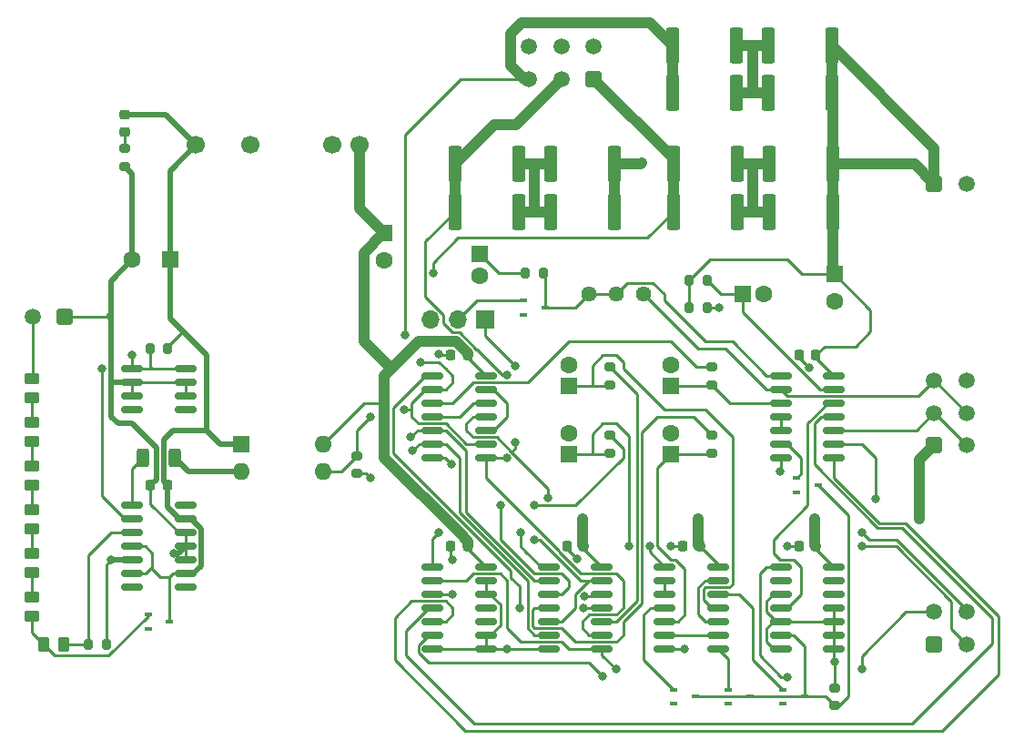
<source format=gtl>
%TF.GenerationSoftware,KiCad,Pcbnew,(6.0.5)*%
%TF.CreationDate,2022-06-14T16:57:57+01:00*%
%TF.ProjectId,hv_sense,68765f73-656e-4736-952e-6b696361645f,rev?*%
%TF.SameCoordinates,Original*%
%TF.FileFunction,Copper,L1,Top*%
%TF.FilePolarity,Positive*%
%FSLAX46Y46*%
G04 Gerber Fmt 4.6, Leading zero omitted, Abs format (unit mm)*
G04 Created by KiCad (PCBNEW (6.0.5)) date 2022-06-14 16:57:57*
%MOMM*%
%LPD*%
G01*
G04 APERTURE LIST*
G04 Aperture macros list*
%AMRoundRect*
0 Rectangle with rounded corners*
0 $1 Rounding radius*
0 $2 $3 $4 $5 $6 $7 $8 $9 X,Y pos of 4 corners*
0 Add a 4 corners polygon primitive as box body*
4,1,4,$2,$3,$4,$5,$6,$7,$8,$9,$2,$3,0*
0 Add four circle primitives for the rounded corners*
1,1,$1+$1,$2,$3*
1,1,$1+$1,$4,$5*
1,1,$1+$1,$6,$7*
1,1,$1+$1,$8,$9*
0 Add four rect primitives between the rounded corners*
20,1,$1+$1,$2,$3,$4,$5,0*
20,1,$1+$1,$4,$5,$6,$7,0*
20,1,$1+$1,$6,$7,$8,$9,0*
20,1,$1+$1,$8,$9,$2,$3,0*%
G04 Aperture macros list end*
%TA.AperFunction,ComponentPad*%
%ADD10C,1.700000*%
%TD*%
%TA.AperFunction,SMDPad,CuDef*%
%ADD11RoundRect,0.250000X0.362500X1.425000X-0.362500X1.425000X-0.362500X-1.425000X0.362500X-1.425000X0*%
%TD*%
%TA.AperFunction,SMDPad,CuDef*%
%ADD12RoundRect,0.225000X0.225000X0.250000X-0.225000X0.250000X-0.225000X-0.250000X0.225000X-0.250000X0*%
%TD*%
%TA.AperFunction,SMDPad,CuDef*%
%ADD13RoundRect,0.150000X-0.825000X-0.150000X0.825000X-0.150000X0.825000X0.150000X-0.825000X0.150000X0*%
%TD*%
%TA.AperFunction,ComponentPad*%
%ADD14RoundRect,0.250001X0.499999X-0.499999X0.499999X0.499999X-0.499999X0.499999X-0.499999X-0.499999X0*%
%TD*%
%TA.AperFunction,ComponentPad*%
%ADD15C,1.500000*%
%TD*%
%TA.AperFunction,ComponentPad*%
%ADD16R,1.600000X1.600000*%
%TD*%
%TA.AperFunction,ComponentPad*%
%ADD17C,1.600000*%
%TD*%
%TA.AperFunction,SMDPad,CuDef*%
%ADD18RoundRect,0.200000X-0.275000X0.200000X-0.275000X-0.200000X0.275000X-0.200000X0.275000X0.200000X0*%
%TD*%
%TA.AperFunction,SMDPad,CuDef*%
%ADD19R,0.700000X0.450000*%
%TD*%
%TA.AperFunction,SMDPad,CuDef*%
%ADD20RoundRect,0.250000X-0.312500X-0.625000X0.312500X-0.625000X0.312500X0.625000X-0.312500X0.625000X0*%
%TD*%
%TA.AperFunction,SMDPad,CuDef*%
%ADD21RoundRect,0.250000X0.450000X-0.262500X0.450000X0.262500X-0.450000X0.262500X-0.450000X-0.262500X0*%
%TD*%
%TA.AperFunction,SMDPad,CuDef*%
%ADD22RoundRect,0.218750X0.256250X-0.218750X0.256250X0.218750X-0.256250X0.218750X-0.256250X-0.218750X0*%
%TD*%
%TA.AperFunction,SMDPad,CuDef*%
%ADD23RoundRect,0.250000X-0.262500X-0.450000X0.262500X-0.450000X0.262500X0.450000X-0.262500X0.450000X0*%
%TD*%
%TA.AperFunction,SMDPad,CuDef*%
%ADD24RoundRect,0.200000X-0.200000X-0.275000X0.200000X-0.275000X0.200000X0.275000X-0.200000X0.275000X0*%
%TD*%
%TA.AperFunction,ComponentPad*%
%ADD25O,1.600000X1.600000*%
%TD*%
%TA.AperFunction,ComponentPad*%
%ADD26R,1.700000X1.700000*%
%TD*%
%TA.AperFunction,ComponentPad*%
%ADD27O,1.700000X1.700000*%
%TD*%
%TA.AperFunction,SMDPad,CuDef*%
%ADD28RoundRect,0.250000X-0.450000X0.262500X-0.450000X-0.262500X0.450000X-0.262500X0.450000X0.262500X0*%
%TD*%
%TA.AperFunction,ComponentPad*%
%ADD29RoundRect,0.250001X0.499999X0.499999X-0.499999X0.499999X-0.499999X-0.499999X0.499999X-0.499999X0*%
%TD*%
%TA.AperFunction,SMDPad,CuDef*%
%ADD30RoundRect,0.200000X0.200000X0.275000X-0.200000X0.275000X-0.200000X-0.275000X0.200000X-0.275000X0*%
%TD*%
%TA.AperFunction,ComponentPad*%
%ADD31RoundRect,0.250001X-0.499999X0.499999X-0.499999X-0.499999X0.499999X-0.499999X0.499999X0.499999X0*%
%TD*%
%TA.AperFunction,SMDPad,CuDef*%
%ADD32RoundRect,0.200000X0.275000X-0.200000X0.275000X0.200000X-0.275000X0.200000X-0.275000X-0.200000X0*%
%TD*%
%TA.AperFunction,ComponentPad*%
%ADD33C,1.440000*%
%TD*%
%TA.AperFunction,ViaPad*%
%ADD34C,0.800000*%
%TD*%
%TA.AperFunction,Conductor*%
%ADD35C,1.000000*%
%TD*%
%TA.AperFunction,Conductor*%
%ADD36C,0.500000*%
%TD*%
%TA.AperFunction,Conductor*%
%ADD37C,0.250000*%
%TD*%
G04 APERTURE END LIST*
D10*
%TO.P,PS1,1,+Vin*%
%TO.N,+12V*%
X141220000Y-36300000D03*
%TO.P,PS1,2,-Vin*%
%TO.N,GND*%
X138680000Y-36300000D03*
%TO.P,PS1,5,-Vout*%
%TO.N,/HV_GND*%
X131060000Y-36300000D03*
%TO.P,PS1,7,+Vout*%
%TO.N,/HV_+12V*%
X125980000Y-36300000D03*
%TD*%
D11*
%TO.P,R7,1*%
%TO.N,+12V*%
X164887500Y-38100000D03*
%TO.P,R7,2*%
%TO.N,Net-(R12-Pad2)*%
X158962500Y-38100000D03*
%TD*%
D12*
%TO.P,C10,1*%
%TO.N,+12V*%
X162065000Y-73660000D03*
%TO.P,C10,2*%
%TO.N,GND*%
X160515000Y-73660000D03*
%TD*%
D13*
%TO.P,U4,1*%
%TO.N,Net-(C3-Pad1)*%
X169610000Y-75565000D03*
%TO.P,U4,2*%
%TO.N,Net-(U4-Pad2)*%
X169610000Y-76835000D03*
%TO.P,U4,3*%
X169610000Y-78105000D03*
%TO.P,U4,4*%
%TO.N,Net-(D1-Pad1)*%
X169610000Y-79375000D03*
%TO.P,U4,5*%
%TO.N,Net-(C4-Pad1)*%
X169610000Y-80645000D03*
%TO.P,U4,6*%
%TO.N,Net-(U4-Pad6)*%
X169610000Y-81915000D03*
%TO.P,U4,7,VSS*%
%TO.N,GND*%
X169610000Y-83185000D03*
%TO.P,U4,8*%
%TO.N,Net-(D2-Pad1)*%
X174560000Y-83185000D03*
%TO.P,U4,9*%
%TO.N,Net-(U4-Pad6)*%
X174560000Y-81915000D03*
%TO.P,U4,10*%
%TO.N,Net-(U4-Pad10)*%
X174560000Y-80645000D03*
%TO.P,U4,11*%
%TO.N,Net-(C5-Pad1)*%
X174560000Y-79375000D03*
%TO.P,U4,12*%
%TO.N,Net-(D3-Pad1)*%
X174560000Y-78105000D03*
%TO.P,U4,13*%
%TO.N,Net-(U4-Pad10)*%
X174560000Y-76835000D03*
%TO.P,U4,14,VDD*%
%TO.N,+12V*%
X174560000Y-75565000D03*
%TD*%
D14*
%TO.P,J6,1,Pin_1*%
%TO.N,+12V*%
X194685000Y-39900000D03*
D15*
%TO.P,J6,2,Pin_2*%
%TO.N,GND*%
X197685000Y-39900000D03*
%TD*%
D16*
%TO.P,C4,1*%
%TO.N,Net-(C4-Pad1)*%
X170180000Y-65090113D03*
D17*
%TO.P,C4,2*%
%TO.N,GND*%
X170180000Y-63090113D03*
%TD*%
D18*
%TO.P,R10,1*%
%TO.N,Net-(R10-Pad1)*%
X173990000Y-63310001D03*
%TO.P,R10,2*%
%TO.N,Net-(C4-Pad1)*%
X173990000Y-64960001D03*
%TD*%
D16*
%TO.P,C8,1*%
%TO.N,Net-(C8-Pad1)*%
X152400000Y-46482000D03*
D17*
%TO.P,C8,2*%
%TO.N,GND*%
X152400000Y-48482000D03*
%TD*%
D19*
%TO.P,D6,1,A*%
%TO.N,Net-(D6-Pad1)*%
X121555000Y-79995000D03*
%TO.P,D6,2,NC*%
%TO.N,unconnected-(D6-Pad2)*%
X121555000Y-81295000D03*
%TO.P,D6,3,K*%
%TO.N,/HV_+12V*%
X123555000Y-80645000D03*
%TD*%
D20*
%TO.P,R27,1*%
%TO.N,Net-(R27-Pad1)*%
X121092500Y-65405000D03*
%TO.P,R27,2*%
%TO.N,Net-(R27-Pad2)*%
X124017500Y-65405000D03*
%TD*%
D21*
%TO.P,R23,1*%
%TO.N,Net-(D6-Pad1)*%
X110744000Y-80160500D03*
%TO.P,R23,2*%
%TO.N,Net-(R22-Pad2)*%
X110744000Y-78335500D03*
%TD*%
D22*
%TO.P,D7,1,K*%
%TO.N,Net-(D7-Pad1)*%
X119380000Y-35077500D03*
%TO.P,D7,2,A*%
%TO.N,/HV_+12V*%
X119380000Y-33502500D03*
%TD*%
D18*
%TO.P,R14,1*%
%TO.N,GND*%
X185420000Y-86805000D03*
%TO.P,R14,2*%
%TO.N,Net-(D1-Pad3)*%
X185420000Y-88455000D03*
%TD*%
D23*
%TO.P,R29,1*%
%TO.N,Net-(D6-Pad1)*%
X111863500Y-82804000D03*
%TO.P,R29,2*%
%TO.N,Net-(R25-Pad1)*%
X113688500Y-82804000D03*
%TD*%
D16*
%TO.P,C6,1*%
%TO.N,Net-(C6-Pad1)*%
X176844888Y-50165000D03*
D17*
%TO.P,C6,2*%
%TO.N,GND*%
X178844888Y-50165000D03*
%TD*%
D13*
%TO.P,U6,1,Q*%
%TO.N,/Implausibility and LED logic/IMPLAUSIBLE*%
X180405000Y-75565000D03*
%TO.P,U6,2,~{Q}*%
%TO.N,unconnected-(U6-Pad2)*%
X180405000Y-76835000D03*
%TO.P,U6,3,C*%
%TO.N,GND*%
X180405000Y-78105000D03*
%TO.P,U6,4,R*%
%TO.N,/Implausibility and LED logic/POR*%
X180405000Y-79375000D03*
%TO.P,U6,5,D*%
%TO.N,GND*%
X180405000Y-80645000D03*
%TO.P,U6,6,S*%
%TO.N,Net-(D1-Pad3)*%
X180405000Y-81915000D03*
%TO.P,U6,7,VSS*%
%TO.N,GND*%
X180405000Y-83185000D03*
%TO.P,U6,8,S*%
X185355000Y-83185000D03*
%TO.P,U6,9,D*%
X185355000Y-81915000D03*
%TO.P,U6,10,R*%
X185355000Y-80645000D03*
%TO.P,U6,11,C*%
X185355000Y-79375000D03*
%TO.P,U6,12,~{Q}*%
%TO.N,unconnected-(U6-Pad12)*%
X185355000Y-78105000D03*
%TO.P,U6,13,Q*%
%TO.N,unconnected-(U6-Pad13)*%
X185355000Y-76835000D03*
%TO.P,U6,14,VDD*%
%TO.N,+12V*%
X185355000Y-75565000D03*
%TD*%
D19*
%TO.P,D2,1,A*%
%TO.N,Net-(D2-Pad1)*%
X175530000Y-86980000D03*
%TO.P,D2,2,NC*%
%TO.N,unconnected-(D2-Pad2)*%
X175530000Y-88280000D03*
%TO.P,D2,3,K*%
%TO.N,Net-(D1-Pad3)*%
X177530000Y-87630000D03*
%TD*%
D24*
%TO.P,R25,1*%
%TO.N,Net-(R25-Pad1)*%
X116015000Y-82804000D03*
%TO.P,R25,2*%
%TO.N,/HV_GND*%
X117665000Y-82804000D03*
%TD*%
D16*
%TO.P,C3,1*%
%TO.N,Net-(C3-Pad1)*%
X160655000Y-65090113D03*
D17*
%TO.P,C3,2*%
%TO.N,GND*%
X160655000Y-63090113D03*
%TD*%
D18*
%TO.P,R26,1*%
%TO.N,Net-(D7-Pad1)*%
X119380000Y-36640000D03*
%TO.P,R26,2*%
%TO.N,/HV_GND*%
X119380000Y-38290000D03*
%TD*%
D13*
%TO.P,U3,1*%
%TO.N,/PRCHG_INTENDED_ON*%
X158815000Y-75565000D03*
%TO.P,U3,2*%
%TO.N,/~{PRCHG_MECH_ON}*%
X158815000Y-76835000D03*
%TO.P,U3,3*%
%TO.N,Net-(R9-Pad1)*%
X158815000Y-78105000D03*
%TO.P,U3,4*%
%TO.N,Net-(R10-Pad1)*%
X158815000Y-79375000D03*
%TO.P,U3,5*%
%TO.N,/LOW_AIR_INTENDED_ON*%
X158815000Y-80645000D03*
%TO.P,U3,6*%
%TO.N,/~{LOW_AIR_MECH_ON}*%
X158815000Y-81915000D03*
%TO.P,U3,7,VSS*%
%TO.N,GND*%
X158815000Y-83185000D03*
%TO.P,U3,8*%
%TO.N,/HIGH_AIR_INTENDED_ON*%
X163765000Y-83185000D03*
%TO.P,U3,9*%
%TO.N,/~{HIGH_AIR_MECH_ON}*%
X163765000Y-81915000D03*
%TO.P,U3,10*%
%TO.N,Net-(R11-Pad1)*%
X163765000Y-80645000D03*
%TO.P,U3,11*%
%TO.N,Net-(U1-Pad1)*%
X163765000Y-79375000D03*
%TO.P,U3,12*%
%TO.N,Net-(U2-Pad3)*%
X163765000Y-78105000D03*
%TO.P,U3,13*%
%TO.N,/LOW_AIR_INTENDED_ON*%
X163765000Y-76835000D03*
%TO.P,U3,14,VDD*%
%TO.N,+12V*%
X163765000Y-75565000D03*
%TD*%
D19*
%TO.P,D4,1,A*%
%TO.N,Net-(D4-Pad1)*%
X181880000Y-67295000D03*
%TO.P,D4,2,NC*%
%TO.N,unconnected-(D4-Pad2)*%
X181880000Y-68595000D03*
%TO.P,D4,3,K*%
%TO.N,Net-(D1-Pad3)*%
X183880000Y-67945000D03*
%TD*%
D12*
%TO.P,C12,1*%
%TO.N,+12V*%
X151270000Y-73660000D03*
%TO.P,C12,2*%
%TO.N,GND*%
X149720000Y-73660000D03*
%TD*%
D24*
%TO.P,R19,1*%
%TO.N,Net-(C8-Pad1)*%
X156655000Y-48260000D03*
%TO.P,R19,2*%
%TO.N,Net-(D5-Pad3)*%
X158305000Y-48260000D03*
%TD*%
D16*
%TO.P,U10,1*%
%TO.N,/HV_+12V*%
X130185000Y-64130000D03*
D25*
%TO.P,U10,2*%
%TO.N,Net-(R27-Pad2)*%
X130185000Y-66670000D03*
%TO.P,U10,3*%
%TO.N,/~{HV_DETECTED}*%
X137805000Y-66670000D03*
%TO.P,U10,4*%
%TO.N,+12V*%
X137805000Y-64130000D03*
%TD*%
D26*
%TO.P,SW1,1,A*%
%TO.N,/Implausibility and LED logic/~{TSAL_ACTIVE}*%
X152908000Y-52578000D03*
D27*
%TO.P,SW1,2,B*%
%TO.N,Net-(D5-Pad1)*%
X150368000Y-52578000D03*
%TO.P,SW1,3,C*%
%TO.N,/~{HV_DETECTED}*%
X147828000Y-52578000D03*
%TD*%
D11*
%TO.P,R4,1*%
%TO.N,+12V*%
X185207500Y-42545000D03*
%TO.P,R4,2*%
%TO.N,Net-(R2-Pad2)*%
X179282500Y-42545000D03*
%TD*%
D16*
%TO.P,C7,1*%
%TO.N,/HV_+12V*%
X123572651Y-46990000D03*
D17*
%TO.P,C7,2*%
%TO.N,/HV_GND*%
X120072651Y-46990000D03*
%TD*%
D18*
%TO.P,R9,1*%
%TO.N,Net-(R9-Pad1)*%
X164465000Y-63310001D03*
%TO.P,R9,2*%
%TO.N,Net-(C3-Pad1)*%
X164465000Y-64960001D03*
%TD*%
D24*
%TO.P,R15,1*%
%TO.N,+12V*%
X171895000Y-51435000D03*
%TO.P,R15,2*%
%TO.N,GND*%
X173545000Y-51435000D03*
%TD*%
D28*
%TO.P,R20,1*%
%TO.N,Net-(R18-Pad1)*%
X110744000Y-66143500D03*
%TO.P,R20,2*%
%TO.N,Net-(R20-Pad2)*%
X110744000Y-67968500D03*
%TD*%
D29*
%TO.P,J2,1,Pin_1*%
%TO.N,/~{LOW_AIR_MECH_ON}*%
X163000000Y-30165000D03*
D15*
%TO.P,J2,2,Pin_2*%
%TO.N,/~{HIGH_AIR_MECH_ON}*%
X160000000Y-30165000D03*
%TO.P,J2,3,Pin_3*%
%TO.N,/~{PRCHG_MECH_ON}*%
X157000000Y-30165000D03*
%TO.P,J2,4,Pin_4*%
%TO.N,GND*%
X163000000Y-27165000D03*
%TO.P,J2,5,Pin_5*%
X160000000Y-27165000D03*
%TO.P,J2,6,Pin_6*%
X157000000Y-27165000D03*
%TD*%
D16*
%TO.P,C5,1*%
%TO.N,Net-(C5-Pad1)*%
X160655000Y-58740113D03*
D17*
%TO.P,C5,2*%
%TO.N,GND*%
X160655000Y-56740113D03*
%TD*%
D19*
%TO.P,D1,1,A*%
%TO.N,Net-(D1-Pad1)*%
X170450000Y-86980000D03*
%TO.P,D1,2,NC*%
%TO.N,unconnected-(D1-Pad2)*%
X170450000Y-88280000D03*
%TO.P,D1,3,K*%
%TO.N,Net-(D1-Pad3)*%
X172450000Y-87630000D03*
%TD*%
D11*
%TO.P,R13,1*%
%TO.N,Net-(R12-Pad2)*%
X155997500Y-42545000D03*
%TO.P,R13,2*%
%TO.N,/~{HIGH_AIR_MECH_ON}*%
X150072500Y-42545000D03*
%TD*%
D12*
%TO.P,C15,1*%
%TO.N,+12V*%
X183655000Y-73660000D03*
%TO.P,C15,2*%
%TO.N,GND*%
X182105000Y-73660000D03*
%TD*%
D11*
%TO.P,R2,1*%
%TO.N,+12V*%
X185207500Y-38100000D03*
%TO.P,R2,2*%
%TO.N,Net-(R2-Pad2)*%
X179282500Y-38100000D03*
%TD*%
D28*
%TO.P,R22,1*%
%TO.N,Net-(R21-Pad1)*%
X110744000Y-74271500D03*
%TO.P,R22,2*%
%TO.N,Net-(R22-Pad2)*%
X110744000Y-76096500D03*
%TD*%
D18*
%TO.P,R6,1*%
%TO.N,Net-(R6-Pad1)*%
X173990000Y-56960001D03*
%TO.P,R6,2*%
%TO.N,Net-(C2-Pad1)*%
X173990000Y-58610001D03*
%TD*%
D19*
%TO.P,D5,1,A*%
%TO.N,Net-(D5-Pad1)*%
X156480000Y-50785000D03*
%TO.P,D5,2,NC*%
%TO.N,unconnected-(D5-Pad2)*%
X156480000Y-52085000D03*
%TO.P,D5,3,K*%
%TO.N,Net-(D5-Pad3)*%
X158480000Y-51435000D03*
%TD*%
%TO.P,D3,1,A*%
%TO.N,Net-(D3-Pad1)*%
X180610000Y-86980000D03*
%TO.P,D3,2,NC*%
%TO.N,unconnected-(D3-Pad2)*%
X180610000Y-88280000D03*
%TO.P,D3,3,K*%
%TO.N,Net-(D1-Pad3)*%
X182610000Y-87630000D03*
%TD*%
D28*
%TO.P,R17,1*%
%TO.N,Net-(J1-Pad2)*%
X110744000Y-58015500D03*
%TO.P,R17,2*%
%TO.N,Net-(R17-Pad2)*%
X110744000Y-59840500D03*
%TD*%
D11*
%TO.P,R8,1*%
%TO.N,Net-(R12-Pad2)*%
X155997500Y-38100000D03*
%TO.P,R8,2*%
%TO.N,/~{HIGH_AIR_MECH_ON}*%
X150072500Y-38100000D03*
%TD*%
D30*
%TO.P,R24,1*%
%TO.N,/HV_+12V*%
X123380000Y-55245000D03*
%TO.P,R24,2*%
%TO.N,/VREF_2.5V*%
X121730000Y-55245000D03*
%TD*%
D14*
%TO.P,J3,1,Pin_1*%
%TO.N,unconnected-(J3-Pad1)*%
X194665000Y-82750000D03*
D15*
%TO.P,J3,2,Pin_2*%
%TO.N,/HIGH_AIR_INTENDED_ON*%
X194665000Y-79750000D03*
%TO.P,J3,3,Pin_3*%
%TO.N,/LOW_AIR_INTENDED_ON*%
X197665000Y-82750000D03*
%TO.P,J3,4,Pin_4*%
%TO.N,/PRCHG_INTENDED_ON*%
X197665000Y-79750000D03*
%TD*%
D11*
%TO.P,R3,1*%
%TO.N,Net-(R2-Pad2)*%
X176317500Y-38100000D03*
%TO.P,R3,2*%
%TO.N,/~{LOW_AIR_MECH_ON}*%
X170392500Y-38100000D03*
%TD*%
D12*
%TO.P,C1,1*%
%TO.N,/HV_+12V*%
X123330000Y-67945000D03*
%TO.P,C1,2*%
%TO.N,/HV_GND*%
X121780000Y-67945000D03*
%TD*%
D11*
%TO.P,R12,1*%
%TO.N,+12V*%
X164887500Y-42545000D03*
%TO.P,R12,2*%
%TO.N,Net-(R12-Pad2)*%
X158962500Y-42545000D03*
%TD*%
%TO.P,R5,1*%
%TO.N,Net-(R2-Pad2)*%
X176317500Y-42545000D03*
%TO.P,R5,2*%
%TO.N,/~{LOW_AIR_MECH_ON}*%
X170392500Y-42545000D03*
%TD*%
D13*
%TO.P,U2,1*%
%TO.N,/PRCHG_INTENDED_ON*%
X148020000Y-75565000D03*
%TO.P,U2,2*%
%TO.N,/HIGH_AIR_INTENDED_ON*%
X148020000Y-76835000D03*
%TO.P,U2,3*%
%TO.N,Net-(U2-Pad3)*%
X148020000Y-78105000D03*
%TO.P,U2,4*%
%TO.N,Net-(U2-Pad4)*%
X148020000Y-79375000D03*
%TO.P,U2,5*%
%TO.N,Net-(U2-Pad5)*%
X148020000Y-80645000D03*
%TO.P,U2,6*%
%TO.N,/Implausibility and LED logic/IMPLAUSIBLE*%
X148020000Y-81915000D03*
%TO.P,U2,7,VSS*%
%TO.N,GND*%
X148020000Y-83185000D03*
%TO.P,U2,8*%
X152970000Y-83185000D03*
%TO.P,U2,9*%
X152970000Y-81915000D03*
%TO.P,U2,10*%
%TO.N,unconnected-(U2-Pad10)*%
X152970000Y-80645000D03*
%TO.P,U2,11*%
%TO.N,unconnected-(U2-Pad11)*%
X152970000Y-79375000D03*
%TO.P,U2,12*%
%TO.N,GND*%
X152970000Y-78105000D03*
%TO.P,U2,13*%
X152970000Y-76835000D03*
%TO.P,U2,14,VDD*%
%TO.N,+12V*%
X152970000Y-75565000D03*
%TD*%
%TO.P,U5,1*%
%TO.N,Net-(D5-Pad3)*%
X180405000Y-57785000D03*
%TO.P,U5,2*%
%TO.N,/Implausibility and LED logic/RED_LED_ON*%
X180405000Y-59055000D03*
%TO.P,U5,3*%
%TO.N,Net-(C2-Pad1)*%
X180405000Y-60325000D03*
%TO.P,U5,4*%
%TO.N,Net-(U5-Pad4)*%
X180405000Y-61595000D03*
%TO.P,U5,5*%
X180405000Y-62865000D03*
%TO.P,U5,6*%
%TO.N,Net-(D4-Pad1)*%
X180405000Y-64135000D03*
%TO.P,U5,7,VSS*%
%TO.N,GND*%
X180405000Y-65405000D03*
%TO.P,U5,8*%
%TO.N,Net-(U2-Pad5)*%
X185355000Y-65405000D03*
%TO.P,U5,9*%
%TO.N,/Implausibility and LED logic/~{TSAL_ACTIVE}*%
X185355000Y-64135000D03*
%TO.P,U5,10*%
%TO.N,/Implausibility and LED logic/GREEN_LED_ON*%
X185355000Y-62865000D03*
%TO.P,U5,11*%
%TO.N,Net-(U2-Pad4)*%
X185355000Y-61595000D03*
%TO.P,U5,12*%
%TO.N,/Implausibility and LED logic/POR*%
X185355000Y-60325000D03*
%TO.P,U5,13*%
%TO.N,Net-(C6-Pad1)*%
X185355000Y-59055000D03*
%TO.P,U5,14,VDD*%
%TO.N,+12V*%
X185355000Y-57785000D03*
%TD*%
D18*
%TO.P,R11,1*%
%TO.N,Net-(R11-Pad1)*%
X164465000Y-56960001D03*
%TO.P,R11,2*%
%TO.N,Net-(C5-Pad1)*%
X164465000Y-58610001D03*
%TD*%
D16*
%TO.P,C2,1*%
%TO.N,Net-(C2-Pad1)*%
X170180000Y-58740113D03*
D17*
%TO.P,C2,2*%
%TO.N,GND*%
X170180000Y-56740113D03*
%TD*%
D16*
%TO.P,C17,1*%
%TO.N,+12V*%
X185420000Y-48347621D03*
D17*
%TO.P,C17,2*%
%TO.N,GND*%
X185420000Y-50847621D03*
%TD*%
D21*
%TO.P,R18,1*%
%TO.N,Net-(R18-Pad1)*%
X110744000Y-63904500D03*
%TO.P,R18,2*%
%TO.N,Net-(R17-Pad2)*%
X110744000Y-62079500D03*
%TD*%
D11*
%TO.P,R30,1*%
%TO.N,Net-(R1-Pad2)*%
X176262500Y-27100000D03*
%TO.P,R30,2*%
%TO.N,/~{PRCHG_MECH_ON}*%
X170337500Y-27100000D03*
%TD*%
D14*
%TO.P,J7,1,Pin_1*%
%TO.N,+12V*%
X194665000Y-64250000D03*
D15*
%TO.P,J7,2,Pin_2*%
%TO.N,/Implausibility and LED logic/GREEN_LED_ON*%
X194665000Y-61250000D03*
%TO.P,J7,3,Pin_3*%
%TO.N,/Implausibility and LED logic/RED_LED_ON*%
X194665000Y-58250000D03*
%TO.P,J7,4,Pin_4*%
%TO.N,/Implausibility and LED logic/GREEN_LED_ON*%
X197665000Y-64250000D03*
%TO.P,J7,5,Pin_5*%
%TO.N,/Implausibility and LED logic/RED_LED_ON*%
X197665000Y-61250000D03*
%TO.P,J7,6,Pin_6*%
%TO.N,GND*%
X197665000Y-58250000D03*
%TD*%
D13*
%TO.P,U9,1,K*%
%TO.N,/VREF_2.5V*%
X120080000Y-57150000D03*
%TO.P,U9,2,A*%
%TO.N,/HV_GND*%
X120080000Y-58420000D03*
%TO.P,U9,3,A*%
X120080000Y-59690000D03*
%TO.P,U9,4*%
%TO.N,N/C*%
X120080000Y-60960000D03*
%TO.P,U9,5*%
X125030000Y-60960000D03*
%TO.P,U9,6,A*%
%TO.N,/HV_GND*%
X125030000Y-59690000D03*
%TO.P,U9,7,A*%
X125030000Y-58420000D03*
%TO.P,U9,8,REF*%
%TO.N,/VREF_2.5V*%
X125030000Y-57150000D03*
%TD*%
D11*
%TO.P,R32,1*%
%TO.N,Net-(R1-Pad2)*%
X176262500Y-31500000D03*
%TO.P,R32,2*%
%TO.N,/~{PRCHG_MECH_ON}*%
X170337500Y-31500000D03*
%TD*%
D16*
%TO.P,C16,1*%
%TO.N,+12V*%
X143510000Y-44537621D03*
D17*
%TO.P,C16,2*%
%TO.N,GND*%
X143510000Y-47037621D03*
%TD*%
D31*
%TO.P,J1,1,Pin_1*%
%TO.N,/HV_GND*%
X113800000Y-52300000D03*
D15*
%TO.P,J1,2,Pin_2*%
%TO.N,Net-(J1-Pad2)*%
X110800000Y-52300000D03*
%TD*%
D32*
%TO.P,R28,1*%
%TO.N,GND*%
X140970000Y-66865000D03*
%TO.P,R28,2*%
%TO.N,/~{HV_DETECTED}*%
X140970000Y-65215000D03*
%TD*%
D12*
%TO.P,C13,1*%
%TO.N,+12V*%
X183655000Y-55880000D03*
%TO.P,C13,2*%
%TO.N,GND*%
X182105000Y-55880000D03*
%TD*%
D30*
%TO.P,R16,1*%
%TO.N,Net-(C6-Pad1)*%
X173545000Y-48895000D03*
%TO.P,R16,2*%
%TO.N,+12V*%
X171895000Y-48895000D03*
%TD*%
D13*
%TO.P,U8,1*%
%TO.N,Net-(R27-Pad1)*%
X120080000Y-69850000D03*
%TO.P,U8,2,-*%
%TO.N,/VREF_2.5V*%
X120080000Y-71120000D03*
%TO.P,U8,3,+*%
%TO.N,Net-(R25-Pad1)*%
X120080000Y-72390000D03*
%TO.P,U8,4,V+*%
%TO.N,/HV_+12V*%
X120080000Y-73660000D03*
%TO.P,U8,5,+*%
%TO.N,/HV_GND*%
X120080000Y-74930000D03*
%TO.P,U8,6,-*%
%TO.N,/HV_+12V*%
X120080000Y-76200000D03*
%TO.P,U8,7*%
%TO.N,unconnected-(U8-Pad7)*%
X120080000Y-77470000D03*
%TO.P,U8,8*%
%TO.N,unconnected-(U8-Pad8)*%
X125030000Y-77470000D03*
%TO.P,U8,9,-*%
%TO.N,/HV_+12V*%
X125030000Y-76200000D03*
%TO.P,U8,10,+*%
%TO.N,/HV_GND*%
X125030000Y-74930000D03*
%TO.P,U8,11,V-*%
X125030000Y-73660000D03*
%TO.P,U8,12,+*%
X125030000Y-72390000D03*
%TO.P,U8,13,-*%
%TO.N,/HV_+12V*%
X125030000Y-71120000D03*
%TO.P,U8,14*%
%TO.N,unconnected-(U8-Pad14)*%
X125030000Y-69850000D03*
%TD*%
D12*
%TO.P,C11,1*%
%TO.N,+12V*%
X172860000Y-73660000D03*
%TO.P,C11,2*%
%TO.N,GND*%
X171310000Y-73660000D03*
%TD*%
D13*
%TO.P,U1,1*%
%TO.N,Net-(U1-Pad1)*%
X148020000Y-57785000D03*
%TO.P,U1,2*%
%TO.N,/~{HV_DETECTED}*%
X148020000Y-59055000D03*
%TO.P,U1,3*%
%TO.N,Net-(R6-Pad1)*%
X148020000Y-60325000D03*
%TO.P,U1,4*%
%TO.N,Net-(U1-Pad12)*%
X148020000Y-61595000D03*
%TO.P,U1,5*%
%TO.N,/~{PRCHG_MECH_ON}*%
X148020000Y-62865000D03*
%TO.P,U1,6*%
%TO.N,/~{LOW_AIR_MECH_ON}*%
X148020000Y-64135000D03*
%TO.P,U1,7,VSS*%
%TO.N,GND*%
X148020000Y-65405000D03*
%TO.P,U1,8*%
%TO.N,/~{HIGH_AIR_MECH_ON}*%
X152970000Y-65405000D03*
%TO.P,U1,9*%
%TO.N,/~{HV_DETECTED}*%
X152970000Y-64135000D03*
%TO.P,U1,10*%
%TO.N,Net-(U1-Pad10)*%
X152970000Y-62865000D03*
%TO.P,U1,11*%
%TO.N,/Implausibility and LED logic/~{TSAL_ACTIVE}*%
X152970000Y-61595000D03*
%TO.P,U1,12*%
%TO.N,Net-(U1-Pad12)*%
X152970000Y-60325000D03*
%TO.P,U1,13*%
%TO.N,Net-(U1-Pad10)*%
X152970000Y-59055000D03*
%TO.P,U1,14,VDD*%
%TO.N,+12V*%
X152970000Y-57785000D03*
%TD*%
D21*
%TO.P,R21,1*%
%TO.N,Net-(R21-Pad1)*%
X110744000Y-72032500D03*
%TO.P,R21,2*%
%TO.N,Net-(R20-Pad2)*%
X110744000Y-70207500D03*
%TD*%
D12*
%TO.P,C9,1*%
%TO.N,+12V*%
X151270000Y-55880000D03*
%TO.P,C9,2*%
%TO.N,GND*%
X149720000Y-55880000D03*
%TD*%
D11*
%TO.P,R31,1*%
%TO.N,+12V*%
X185162500Y-27100000D03*
%TO.P,R31,2*%
%TO.N,Net-(R1-Pad2)*%
X179237500Y-27100000D03*
%TD*%
D33*
%TO.P,RV1,1,1*%
%TO.N,/Implausibility and LED logic/RED_LED_ON*%
X167640000Y-50165000D03*
%TO.P,RV1,2,2*%
%TO.N,Net-(D5-Pad3)*%
X165100000Y-50165000D03*
%TO.P,RV1,3,3*%
X162560000Y-50165000D03*
%TD*%
D11*
%TO.P,R1,1*%
%TO.N,+12V*%
X185162500Y-31500000D03*
%TO.P,R1,2*%
%TO.N,Net-(R1-Pad2)*%
X179237500Y-31500000D03*
%TD*%
D34*
%TO.N,/HV_GND*%
X123914500Y-74295000D03*
X118110000Y-74930000D03*
%TO.N,+12V*%
X150495000Y-72390000D03*
X193280000Y-71120000D03*
X161925000Y-71120000D03*
X183515000Y-71120000D03*
X167500000Y-38000000D03*
X172720000Y-71120000D03*
%TO.N,GND*%
X183013730Y-57016270D03*
X180340000Y-66675000D03*
X174625000Y-51435000D03*
X185420000Y-84365500D03*
X149770500Y-66040000D03*
X180975000Y-73660000D03*
X170180000Y-73660000D03*
X149860000Y-74930000D03*
X142240000Y-67310000D03*
X171450000Y-83185000D03*
X148590000Y-55790500D03*
X161423730Y-74796270D03*
X154940000Y-83185000D03*
%TO.N,Net-(C3-Pad1)*%
X168185500Y-73660000D03*
X166280500Y-73660000D03*
%TO.N,/VREF_2.5V*%
X117260500Y-57150000D03*
X120015000Y-55880000D03*
%TO.N,/~{HV_DETECTED}*%
X145325500Y-60960000D03*
X142240000Y-61595000D03*
X146864000Y-56515000D03*
%TO.N,/~{PRCHG_MECH_ON}*%
X145414989Y-53975000D03*
X145960500Y-63500000D03*
%TO.N,/~{LOW_AIR_MECH_ON}*%
X148044500Y-48260000D03*
X146139500Y-64770000D03*
%TO.N,/~{HIGH_AIR_MECH_ON}*%
X154900736Y-65444264D03*
X154940000Y-57695500D03*
%TO.N,/HIGH_AIR_INTENDED_ON*%
X187960000Y-85090000D03*
X165100000Y-85090000D03*
%TO.N,/LOW_AIR_INTENDED_ON*%
X157480000Y-73025000D03*
X187960000Y-73660000D03*
%TO.N,Net-(R9-Pad1)*%
X154305000Y-69850000D03*
X157480000Y-69850000D03*
%TO.N,Net-(U1-Pad1)*%
X156120500Y-79375000D03*
X162014500Y-79375000D03*
%TO.N,/PRCHG_INTENDED_ON*%
X156210000Y-72390000D03*
X148590000Y-72390000D03*
X187960000Y-72390000D03*
%TO.N,Net-(U2-Pad3)*%
X162164549Y-78255049D03*
X149860000Y-78105000D03*
%TO.N,/Implausibility and LED logic/~{TSAL_ACTIVE}*%
X158750000Y-69125500D03*
X189230000Y-69215000D03*
X155702000Y-64008000D03*
X155702000Y-56896000D03*
%TO.N,/Implausibility and LED logic/IMPLAUSIBLE*%
X180975000Y-85814500D03*
X163830000Y-85725000D03*
%TD*%
D35*
%TO.N,+12V*%
X143510000Y-44537621D02*
X141220000Y-42247621D01*
X141220000Y-42247621D02*
X141220000Y-36300000D01*
D36*
%TO.N,/HV_+12V*%
X125980000Y-36300000D02*
X123182500Y-33502500D01*
X123182500Y-33502500D02*
X119380000Y-33502500D01*
X123572651Y-46990000D02*
X123572651Y-38707349D01*
X123572651Y-38707349D02*
X125980000Y-36300000D01*
X124777500Y-53657500D02*
X127000000Y-55880000D01*
X126454520Y-71991671D02*
X126454520Y-75475480D01*
D37*
X123380000Y-55245000D02*
X123380000Y-55055000D01*
D36*
X123005480Y-63684520D02*
X123005480Y-67620480D01*
D37*
X121856500Y-75628500D02*
X122698000Y-76470000D01*
X125030000Y-76200000D02*
X123825000Y-76200000D01*
D36*
X125030000Y-71120000D02*
X125582849Y-71120000D01*
X127000000Y-62865000D02*
X128270000Y-64135000D01*
X123572651Y-46990000D02*
X123572651Y-52452651D01*
D37*
X120080000Y-73660000D02*
X121284282Y-73660000D01*
D36*
X125730000Y-76200000D02*
X125030000Y-76200000D01*
X123330000Y-69972849D02*
X124477151Y-71120000D01*
X128275000Y-64130000D02*
X130185000Y-64130000D01*
X125582849Y-71120000D02*
X126454520Y-71991671D01*
D37*
X121285000Y-76200000D02*
X120080000Y-76200000D01*
X121284282Y-73660000D02*
X121920000Y-74295718D01*
D36*
X123825000Y-62865000D02*
X123005480Y-63684520D01*
D37*
X121920000Y-74295718D02*
X121920000Y-75565000D01*
X123555000Y-76470000D02*
X123825000Y-76200000D01*
D36*
X126454520Y-75475480D02*
X125730000Y-76200000D01*
D37*
X121856500Y-75628500D02*
X121285000Y-76200000D01*
X123380000Y-55055000D02*
X124777500Y-53657500D01*
X122698000Y-76470000D02*
X123555000Y-76470000D01*
D36*
X127000000Y-62865000D02*
X123825000Y-62865000D01*
X123330000Y-67945000D02*
X123330000Y-69972849D01*
X124477151Y-71120000D02*
X125030000Y-71120000D01*
X128270000Y-64135000D02*
X128275000Y-64130000D01*
D37*
X121920000Y-75565000D02*
X121856500Y-75628500D01*
X123555000Y-80645000D02*
X123555000Y-76470000D01*
D36*
X127000000Y-55880000D02*
X127000000Y-62865000D01*
X123005480Y-67620480D02*
X123330000Y-67945000D01*
X123572651Y-52452651D02*
X124777500Y-53657500D01*
%TO.N,/HV_GND*%
X118745000Y-62230000D02*
X118110000Y-61595000D01*
D37*
X120080000Y-58420000D02*
X125030000Y-58420000D01*
D36*
X122305960Y-64520960D02*
X120015000Y-62230000D01*
X117880000Y-52300000D02*
X118110000Y-52070000D01*
X120080000Y-58420000D02*
X118110000Y-58420000D01*
D37*
X125030000Y-72390000D02*
X125030000Y-73660000D01*
D36*
X120015000Y-62230000D02*
X118745000Y-62230000D01*
D37*
X125030000Y-73660000D02*
X125030000Y-74930000D01*
X124460000Y-72390000D02*
X121780000Y-69710000D01*
D36*
X122305960Y-67419040D02*
X122305960Y-64520960D01*
X118110000Y-58420000D02*
X118110000Y-55245000D01*
D37*
X125030000Y-58420000D02*
X125030000Y-59690000D01*
X117665000Y-75375000D02*
X118110000Y-74930000D01*
D36*
X120072651Y-38982651D02*
X120072651Y-46990000D01*
D37*
X125030000Y-72390000D02*
X124460000Y-72390000D01*
X120080000Y-58420000D02*
X120080000Y-59690000D01*
D36*
X118110000Y-55245000D02*
X118110000Y-52070000D01*
X118110000Y-52070000D02*
X118110000Y-48952651D01*
X118110000Y-61595000D02*
X118110000Y-58420000D01*
X118110000Y-48952651D02*
X120072651Y-46990000D01*
D37*
X117880000Y-52300000D02*
X113800000Y-52300000D01*
D36*
X121780000Y-67945000D02*
X122305960Y-67419040D01*
X123914500Y-74295000D02*
X124395000Y-74295000D01*
D37*
X117665000Y-75375000D02*
X117665000Y-82804000D01*
D36*
X124395000Y-74295000D02*
X125030000Y-73660000D01*
X119380000Y-38290000D02*
X120072651Y-38982651D01*
X118110000Y-74930000D02*
X120080000Y-74930000D01*
D37*
X121780000Y-69710000D02*
X121780000Y-67945000D01*
D35*
%TO.N,+12V*%
X167400000Y-38100000D02*
X167500000Y-38000000D01*
X172720000Y-73520000D02*
X172860000Y-73660000D01*
D37*
X183655000Y-55880000D02*
X183655000Y-56085000D01*
D35*
X144145000Y-57150000D02*
X141605000Y-54610000D01*
D37*
X183655000Y-56085000D02*
X185355000Y-57785000D01*
X183655000Y-55880000D02*
X184447379Y-55087621D01*
D35*
X185207500Y-42545000D02*
X185207500Y-38100000D01*
X194685000Y-36622500D02*
X194685000Y-39900000D01*
X143510000Y-60325000D02*
X143510000Y-57785000D01*
D37*
X141610000Y-60325000D02*
X143510000Y-60325000D01*
X151270000Y-56085000D02*
X152970000Y-57785000D01*
D35*
X185207500Y-38100000D02*
X192885000Y-38100000D01*
X185207500Y-31545000D02*
X185162500Y-31500000D01*
X183515000Y-71120000D02*
X183515000Y-73520000D01*
X164887500Y-38100000D02*
X164887500Y-42545000D01*
X144145000Y-57150000D02*
X146685000Y-54610000D01*
X185207500Y-48135121D02*
X185420000Y-48347621D01*
D37*
X183655000Y-73865000D02*
X185355000Y-75565000D01*
X162065000Y-73660000D02*
X162065000Y-73520000D01*
X174560000Y-75565000D02*
X174560000Y-75360000D01*
X183655000Y-73660000D02*
X183655000Y-73865000D01*
D35*
X193280000Y-65585000D02*
X194665000Y-64200000D01*
X185207500Y-37042500D02*
X185207500Y-42545000D01*
D37*
X184447379Y-55087621D02*
X187337621Y-55087621D01*
D35*
X141605000Y-46355000D02*
X143422379Y-44537621D01*
X150495000Y-72390000D02*
X151270000Y-73165000D01*
D37*
X173800000Y-46990000D02*
X180975000Y-46990000D01*
D35*
X150495000Y-72390000D02*
X143510000Y-65405000D01*
X164887500Y-38100000D02*
X167400000Y-38100000D01*
X143510000Y-65405000D02*
X143510000Y-60325000D01*
X185207500Y-42545000D02*
X185207500Y-48135121D01*
X146685000Y-54610000D02*
X150232468Y-54610000D01*
D37*
X171895000Y-48895000D02*
X171895000Y-51435000D01*
X151270000Y-73865000D02*
X152970000Y-75565000D01*
X188750000Y-51677621D02*
X188750000Y-53675242D01*
D35*
X151270000Y-73165000D02*
X151270000Y-73660000D01*
X192885000Y-38100000D02*
X194685000Y-39900000D01*
D37*
X162065000Y-73865000D02*
X163765000Y-75565000D01*
X137805000Y-64130000D02*
X141610000Y-60325000D01*
X185420000Y-48347621D02*
X188750000Y-51677621D01*
X171895000Y-48895000D02*
X173800000Y-46990000D01*
D35*
X151270000Y-55647532D02*
X151270000Y-55880000D01*
D37*
X174560000Y-75360000D02*
X172860000Y-73660000D01*
X180975000Y-46990000D02*
X182332621Y-48347621D01*
X162065000Y-73660000D02*
X162065000Y-73865000D01*
D35*
X193280000Y-71120000D02*
X193280000Y-65585000D01*
X161925000Y-73520000D02*
X162065000Y-73660000D01*
D37*
X151270000Y-73660000D02*
X151270000Y-73865000D01*
D35*
X143510000Y-57785000D02*
X144145000Y-57150000D01*
X150232468Y-54610000D02*
X151270000Y-55647532D01*
D37*
X182332621Y-48347621D02*
X185420000Y-48347621D01*
D35*
X185162500Y-27100000D02*
X194685000Y-36622500D01*
D37*
X151270000Y-55880000D02*
X151270000Y-56085000D01*
D35*
X143422379Y-44537621D02*
X143510000Y-44537621D01*
X161925000Y-71120000D02*
X161925000Y-73520000D01*
X185207500Y-38100000D02*
X185207500Y-31545000D01*
X172720000Y-71120000D02*
X172720000Y-73520000D01*
X141605000Y-54610000D02*
X141605000Y-46355000D01*
X185162500Y-27100000D02*
X185162500Y-31500000D01*
X183515000Y-73520000D02*
X183655000Y-73660000D01*
D37*
X188750000Y-53675242D02*
X187337621Y-55087621D01*
%TO.N,GND*%
X180405000Y-83185000D02*
X179705000Y-83185000D01*
X148020000Y-65405000D02*
X149135500Y-65405000D01*
X185355000Y-83185000D02*
X185355000Y-81915000D01*
X154305000Y-80956072D02*
X153346072Y-81915000D01*
X169610000Y-83185000D02*
X171450000Y-83185000D01*
X185355000Y-84300500D02*
X185420000Y-84365500D01*
X160515000Y-73887540D02*
X161423730Y-74796270D01*
X152970000Y-78105000D02*
X153346072Y-78105000D01*
X152970000Y-83185000D02*
X152970000Y-81915000D01*
X148679500Y-55880000D02*
X148590000Y-55790500D01*
X149135500Y-65405000D02*
X149770500Y-66040000D01*
X179705000Y-80645000D02*
X180405000Y-80645000D01*
X185420000Y-86805000D02*
X185420000Y-84365500D01*
X160515000Y-73660000D02*
X160515000Y-73887540D01*
X180405000Y-80645000D02*
X185355000Y-80645000D01*
X180405000Y-80645000D02*
X180028928Y-80645000D01*
X182105000Y-73660000D02*
X180975000Y-73660000D01*
X179070000Y-79686072D02*
X179070000Y-78740000D01*
X179070000Y-81280000D02*
X179705000Y-80645000D01*
X141795000Y-66865000D02*
X142240000Y-67310000D01*
X140970000Y-66865000D02*
X141795000Y-66865000D01*
X180405000Y-65405000D02*
X180405000Y-66610000D01*
X149720000Y-74790000D02*
X149860000Y-74930000D01*
X179070000Y-82550000D02*
X179070000Y-81280000D01*
X153346072Y-81915000D02*
X152970000Y-81915000D01*
X148020000Y-83185000D02*
X152970000Y-83185000D01*
X185355000Y-80645000D02*
X185355000Y-79375000D01*
X180028928Y-80645000D02*
X179070000Y-79686072D01*
X179705000Y-83185000D02*
X179070000Y-82550000D01*
X149720000Y-73660000D02*
X149720000Y-74790000D01*
X185355000Y-83185000D02*
X185355000Y-84300500D01*
X185355000Y-81915000D02*
X185355000Y-80645000D01*
X173545000Y-51435000D02*
X174625000Y-51435000D01*
X152970000Y-83185000D02*
X158815000Y-83185000D01*
X182105000Y-56107540D02*
X183013730Y-57016270D01*
X149720000Y-55880000D02*
X148679500Y-55880000D01*
X182105000Y-55880000D02*
X182105000Y-56107540D01*
X153346072Y-78105000D02*
X154305000Y-79063928D01*
X171310000Y-73660000D02*
X170180000Y-73660000D01*
X179705000Y-78105000D02*
X180405000Y-78105000D01*
X180405000Y-66610000D02*
X180340000Y-66675000D01*
X154305000Y-79063928D02*
X154305000Y-80956072D01*
X179070000Y-78740000D02*
X179705000Y-78105000D01*
X152970000Y-76835000D02*
X152970000Y-78105000D01*
%TO.N,Net-(D1-Pad1)*%
X167640000Y-84170000D02*
X167640000Y-80010000D01*
X170450000Y-86980000D02*
X167640000Y-84170000D01*
X168275000Y-79375000D02*
X169610000Y-79375000D01*
X167640000Y-80010000D02*
X168275000Y-79375000D01*
%TO.N,Net-(D2-Pad1)*%
X175530000Y-84155000D02*
X175530000Y-86980000D01*
X174560000Y-83185000D02*
X175530000Y-84155000D01*
%TO.N,Net-(J1-Pad2)*%
X110744000Y-58015500D02*
X110800000Y-57959500D01*
X110800000Y-57959500D02*
X110800000Y-52300000D01*
%TO.N,Net-(C2-Pad1)*%
X173859888Y-58740113D02*
X173990000Y-58610001D01*
X175704999Y-60325000D02*
X173990000Y-58610001D01*
X180405000Y-60325000D02*
X175704999Y-60325000D01*
X170180000Y-58740113D02*
X173859888Y-58740113D01*
%TO.N,Net-(C3-Pad1)*%
X168185500Y-74140500D02*
X169610000Y-75565000D01*
X160655000Y-65090113D02*
X162874887Y-65090113D01*
X168185500Y-73660000D02*
X168185500Y-74140500D01*
X162874887Y-63185113D02*
X162874887Y-65090113D01*
X166280500Y-63410500D02*
X165100000Y-62230000D01*
X162874887Y-65090113D02*
X164334888Y-65090113D01*
X164334888Y-65090113D02*
X164465000Y-64960001D01*
X166280500Y-73660000D02*
X166280500Y-63410500D01*
X163830000Y-62230000D02*
X162874887Y-63185113D01*
X165100000Y-62230000D02*
X163830000Y-62230000D01*
%TO.N,Net-(C4-Pad1)*%
X170621072Y-74930000D02*
X170180000Y-74930000D01*
X170180000Y-74930000D02*
X168910000Y-73660000D01*
X168910000Y-66360113D02*
X170180000Y-65090113D01*
X170815000Y-80645000D02*
X171450000Y-80010000D01*
X168910000Y-73660000D02*
X168910000Y-66360113D01*
X171450000Y-75758928D02*
X170621072Y-74930000D01*
X173859888Y-65090113D02*
X173990000Y-64960001D01*
X169610000Y-80645000D02*
X170815000Y-80645000D01*
X171450000Y-80010000D02*
X171450000Y-75758928D01*
X170180000Y-65090113D02*
X173859888Y-65090113D01*
%TO.N,Net-(C5-Pad1)*%
X175895000Y-63500000D02*
X173355000Y-60960000D01*
X163830000Y-55880000D02*
X162880113Y-56829887D01*
X160655000Y-58740113D02*
X162880113Y-58740113D01*
X162880113Y-56829887D02*
X162880113Y-58740113D01*
X173355000Y-60960000D02*
X169545000Y-60960000D01*
X173990000Y-79375000D02*
X173260480Y-78645480D01*
X173260480Y-77565238D02*
X173355718Y-77470000D01*
X165735000Y-56515000D02*
X165100000Y-55880000D01*
X173260480Y-78645480D02*
X173260480Y-77565238D01*
X162880113Y-58740113D02*
X164334888Y-58740113D01*
X165100000Y-55880000D02*
X163830000Y-55880000D01*
X175571072Y-77470000D02*
X175895000Y-77146072D01*
X165735000Y-57150000D02*
X165735000Y-56515000D01*
X164334888Y-58740113D02*
X164465000Y-58610001D01*
X175895000Y-77146072D02*
X175895000Y-63500000D01*
X169545000Y-60960000D02*
X165735000Y-57150000D01*
X174560000Y-79375000D02*
X173990000Y-79375000D01*
X173355718Y-77470000D02*
X175571072Y-77470000D01*
%TO.N,Net-(C6-Pad1)*%
X176844888Y-51872026D02*
X176844888Y-50165000D01*
X173545000Y-48895000D02*
X174815000Y-50165000D01*
X174815000Y-50165000D02*
X176844888Y-50165000D01*
X184027862Y-59055000D02*
X176844888Y-51872026D01*
X185355000Y-59055000D02*
X184027862Y-59055000D01*
%TO.N,Net-(C8-Pad1)*%
X154178000Y-48260000D02*
X152400000Y-46482000D01*
X156655000Y-48260000D02*
X154178000Y-48260000D01*
%TO.N,Net-(D1-Pad3)*%
X185420000Y-88455000D02*
X184595000Y-87630000D01*
X177165000Y-87630000D02*
X177530000Y-87630000D01*
X177165000Y-87630000D02*
X182610000Y-87630000D01*
X185420000Y-88455000D02*
X185865000Y-88455000D01*
X185865000Y-88455000D02*
X186690000Y-87630000D01*
X180405000Y-81915000D02*
X181610000Y-81915000D01*
X172450000Y-87630000D02*
X177165000Y-87630000D01*
X186690000Y-87630000D02*
X186690000Y-70755000D01*
X184595000Y-87630000D02*
X182610000Y-87630000D01*
X181610000Y-81915000D02*
X182610000Y-82915000D01*
X182610000Y-82915000D02*
X182610000Y-87630000D01*
X186690000Y-70755000D02*
X183880000Y-67945000D01*
%TO.N,/VREF_2.5V*%
X121920000Y-57150000D02*
X125030000Y-57150000D01*
X120080000Y-71120000D02*
X119380000Y-71120000D01*
X120015000Y-57085000D02*
X120080000Y-57150000D01*
X119380000Y-71120000D02*
X118110000Y-69850000D01*
X118110000Y-69850000D02*
X117260500Y-69000500D01*
X121730000Y-55245000D02*
X121730000Y-56960000D01*
X120080000Y-57150000D02*
X121920000Y-57150000D01*
X117260500Y-69000500D02*
X117260500Y-57150000D01*
X120015000Y-55880000D02*
X120015000Y-57085000D01*
X121730000Y-56960000D02*
X121920000Y-57150000D01*
%TO.N,Net-(R10-Pad1)*%
X167454520Y-78926916D02*
X165735000Y-80646436D01*
X157294520Y-79560480D02*
X157480000Y-79375000D01*
X168910000Y-61595000D02*
X167454520Y-63050480D01*
X165735000Y-81915000D02*
X165100000Y-82550000D01*
X172274999Y-61595000D02*
X168910000Y-61595000D01*
X173990000Y-63310001D02*
X172274999Y-61595000D01*
X157480000Y-79375000D02*
X158815000Y-79375000D01*
X157480718Y-81280000D02*
X157294520Y-81093802D01*
X165735000Y-80646436D02*
X165735000Y-81915000D01*
X167454520Y-63050480D02*
X167454520Y-78926916D01*
X161290000Y-82550000D02*
X160020000Y-81280000D01*
X157294520Y-81093802D02*
X157294520Y-79560480D01*
X165100000Y-82550000D02*
X161290000Y-82550000D01*
X160020000Y-81280000D02*
X157480718Y-81280000D01*
%TO.N,Net-(R11-Pad1)*%
X167005000Y-78740718D02*
X167005000Y-59500001D01*
X165100718Y-80645000D02*
X167005000Y-78740718D01*
X167005000Y-59500001D02*
X164465000Y-56960001D01*
X163765000Y-80645000D02*
X165100718Y-80645000D01*
%TO.N,Net-(D3-Pad1)*%
X180610000Y-86980000D02*
X177800000Y-84170000D01*
X177800000Y-84170000D02*
X177800000Y-79375000D01*
X177800000Y-79375000D02*
X176530000Y-78105000D01*
X176530000Y-78105000D02*
X174560000Y-78105000D01*
%TO.N,Net-(D4-Pad1)*%
X180975000Y-64135000D02*
X182245000Y-65405000D01*
X182245000Y-65405000D02*
X182245000Y-66930000D01*
X180405000Y-64135000D02*
X180975000Y-64135000D01*
X182245000Y-66930000D02*
X181880000Y-67295000D01*
%TO.N,/~{HV_DETECTED}*%
X149225718Y-62230000D02*
X151130718Y-64135000D01*
X149860000Y-57785000D02*
X149225000Y-57150000D01*
X139515000Y-66670000D02*
X140970000Y-65215000D01*
X149225000Y-57150000D02*
X148590000Y-56515000D01*
X137805000Y-66670000D02*
X139515000Y-66670000D01*
X147320000Y-59055000D02*
X146050000Y-60325000D01*
X146685000Y-62230000D02*
X149225718Y-62230000D01*
X140970000Y-65215000D02*
X140970000Y-62865000D01*
X148590000Y-56515000D02*
X146864000Y-56515000D01*
X148020000Y-59055000D02*
X147320000Y-59055000D01*
X149860000Y-58420000D02*
X149860000Y-57785000D01*
X148020000Y-59055000D02*
X149225000Y-59055000D01*
X140970000Y-62865000D02*
X142240000Y-61595000D01*
X146050000Y-60960000D02*
X145325500Y-60960000D01*
X146050000Y-60960000D02*
X146050000Y-61595000D01*
X146050000Y-60325000D02*
X146050000Y-60960000D01*
X151130718Y-64135000D02*
X152970000Y-64135000D01*
X149225000Y-59055000D02*
X149860000Y-58420000D01*
X146050000Y-61595000D02*
X146685000Y-62230000D01*
%TO.N,Net-(D5-Pad3)*%
X158480000Y-48435000D02*
X158480000Y-51435000D01*
X168500489Y-49120489D02*
X166144511Y-49120489D01*
X169545000Y-50165000D02*
X168500489Y-49120489D01*
X158305000Y-48260000D02*
X158480000Y-48435000D01*
X162560000Y-50165000D02*
X165100000Y-50165000D01*
X173355000Y-54610000D02*
X169545000Y-50800000D01*
X169545000Y-50800000D02*
X169545000Y-50165000D01*
X180405000Y-57785000D02*
X179070000Y-57785000D01*
X179070000Y-57785000D02*
X175895000Y-54610000D01*
X161290000Y-51435000D02*
X162560000Y-50165000D01*
X166144511Y-49120489D02*
X165100000Y-50165000D01*
X158480000Y-51435000D02*
X161290000Y-51435000D01*
X175895000Y-54610000D02*
X173355000Y-54610000D01*
%TO.N,Net-(D6-Pad1)*%
X117857263Y-83828520D02*
X121555000Y-80130783D01*
X111863500Y-82804000D02*
X110744000Y-81684500D01*
X121555000Y-80130783D02*
X121555000Y-79995000D01*
X110744000Y-81684500D02*
X110744000Y-80160500D01*
X112888020Y-83828520D02*
X117857263Y-83828520D01*
X111863500Y-82804000D02*
X112888020Y-83828520D01*
%TO.N,Net-(D7-Pad1)*%
X119380000Y-36640000D02*
X119380000Y-35077500D01*
%TO.N,/~{PRCHG_MECH_ON}*%
X146595500Y-62865000D02*
X145960500Y-63500000D01*
D35*
X155300000Y-26000000D02*
X156324521Y-24975479D01*
D37*
X151130000Y-70483564D02*
X156210000Y-75563564D01*
X156210000Y-75565000D02*
X157480000Y-76835000D01*
X150635000Y-30165000D02*
X157000000Y-30165000D01*
D35*
X155300000Y-28900000D02*
X155300000Y-26000000D01*
D37*
X148020000Y-62865000D02*
X146595500Y-62865000D01*
D35*
X156565000Y-30165000D02*
X155300000Y-28900000D01*
X168212979Y-24975479D02*
X170337500Y-27100000D01*
X157000000Y-30165000D02*
X156565000Y-30165000D01*
X170337500Y-27100000D02*
X170337500Y-31500000D01*
D37*
X157480000Y-76835000D02*
X158815000Y-76835000D01*
X148020000Y-62865000D02*
X149225000Y-62865000D01*
X149225000Y-62865000D02*
X151130000Y-64770000D01*
X145414989Y-53975000D02*
X145414989Y-35385011D01*
X151130000Y-64770000D02*
X151130000Y-70483564D01*
X145414989Y-35385011D02*
X150635000Y-30165000D01*
D35*
X156324521Y-24975479D02*
X168212979Y-24975479D01*
D37*
X156210000Y-75563564D02*
X156210000Y-75565000D01*
%TO.N,/~{LOW_AIR_MECH_ON}*%
X148044500Y-47281500D02*
X150368000Y-44958000D01*
X149225000Y-64135000D02*
X150495000Y-65405000D01*
D35*
X170392500Y-38100000D02*
X170392500Y-42545000D01*
D37*
X148020000Y-64135000D02*
X146774500Y-64135000D01*
X148044500Y-48260000D02*
X148044500Y-47281500D01*
X150495000Y-65405000D02*
X150495000Y-70484282D01*
X156845000Y-76835718D02*
X156845000Y-81280000D01*
X156845000Y-81280000D02*
X157480000Y-81915000D01*
X167979500Y-44958000D02*
X170392500Y-42545000D01*
X155760480Y-75751198D02*
X156845000Y-76835718D01*
D35*
X170392500Y-37557500D02*
X163000000Y-30165000D01*
D37*
X157480000Y-81915000D02*
X158815000Y-81915000D01*
D35*
X170392500Y-38100000D02*
X170392500Y-37557500D01*
D37*
X155760480Y-75749762D02*
X155760480Y-75751198D01*
X150495000Y-70484282D02*
X155760480Y-75749762D01*
X146774500Y-64135000D02*
X146139500Y-64770000D01*
X148020000Y-64135000D02*
X149225000Y-64135000D01*
X150368000Y-44958000D02*
X167979500Y-44958000D01*
%TO.N,/~{HIGH_AIR_MECH_ON}*%
X159740480Y-74137618D02*
X159740480Y-74015480D01*
X154861472Y-65405000D02*
X154900736Y-65444264D01*
X163765000Y-81915000D02*
X162560000Y-81915000D01*
X154469500Y-57695500D02*
X154269520Y-57495520D01*
X152970000Y-65405000D02*
X154861472Y-65405000D01*
X147320000Y-50408990D02*
X147320000Y-45297500D01*
D35*
X155765000Y-34400000D02*
X160000000Y-30165000D01*
D37*
X161925000Y-80645000D02*
X162560000Y-80010000D01*
D35*
X153772500Y-34400000D02*
X155765000Y-34400000D01*
D37*
X149002511Y-52873521D02*
X149002511Y-52091501D01*
X154940000Y-57695500D02*
X154469500Y-57695500D01*
X165735000Y-76835000D02*
X165100000Y-76200000D01*
X152970000Y-67245000D02*
X152970000Y-65405000D01*
X147320000Y-45297500D02*
X150072500Y-42545000D01*
X162560000Y-80010000D02*
X165100000Y-80010000D01*
X165100000Y-76200000D02*
X161802862Y-76200000D01*
X150541027Y-53752511D02*
X149881501Y-53752511D01*
X149002511Y-52091501D02*
X147320000Y-50408990D01*
X161802862Y-76200000D02*
X159740480Y-74137618D01*
X154269520Y-57438448D02*
X152137076Y-55306004D01*
X165735000Y-79375000D02*
X165735000Y-76835000D01*
X159740480Y-74015480D02*
X152970000Y-67245000D01*
X165100000Y-80010000D02*
X165735000Y-79375000D01*
X162560000Y-81915000D02*
X161925000Y-81280000D01*
X149881501Y-53752511D02*
X149002511Y-52873521D01*
X152094520Y-55306004D02*
X150541027Y-53752511D01*
X161925000Y-81280000D02*
X161925000Y-80645000D01*
X154269520Y-57495520D02*
X154269520Y-57438448D01*
X152137076Y-55306004D02*
X152094520Y-55306004D01*
D35*
X150072500Y-38100000D02*
X153772500Y-34400000D01*
X150072500Y-38100000D02*
X150072500Y-42545000D01*
D37*
%TO.N,/HIGH_AIR_INTENDED_ON*%
X154940000Y-81280000D02*
X156210000Y-82550000D01*
X156210000Y-82550000D02*
X160020000Y-82550000D01*
X154305000Y-76200000D02*
X154940000Y-76835000D01*
X154940000Y-76835000D02*
X154940000Y-81280000D01*
X192045000Y-79750000D02*
X194665000Y-79750000D01*
X187960000Y-85090000D02*
X187960000Y-83835000D01*
X160655000Y-83185000D02*
X163765000Y-83185000D01*
X151765000Y-76200000D02*
X154305000Y-76200000D01*
X151130000Y-76835000D02*
X151765000Y-76200000D01*
X163765000Y-83755000D02*
X165100000Y-85090000D01*
X160020000Y-82550000D02*
X160655000Y-83185000D01*
X163765000Y-83185000D02*
X163765000Y-83755000D01*
X187960000Y-83835000D02*
X192045000Y-79750000D01*
X148020000Y-76835000D02*
X151130000Y-76835000D01*
%TO.N,/LOW_AIR_INTENDED_ON*%
X191134282Y-73660000D02*
X196250000Y-78775718D01*
X157992144Y-73025000D02*
X157480000Y-73025000D01*
X196250000Y-81335000D02*
X197665000Y-82750000D01*
X162560000Y-76835000D02*
X161802144Y-76835000D01*
X158815000Y-80645000D02*
X160020000Y-80645000D01*
X196250000Y-78775718D02*
X196250000Y-81335000D01*
X161290000Y-79375000D02*
X161290000Y-78105000D01*
X161802144Y-76835000D02*
X157992144Y-73025000D01*
X187960000Y-73660000D02*
X191134282Y-73660000D01*
X162560000Y-76835000D02*
X163765000Y-76835000D01*
X160020000Y-80645000D02*
X161290000Y-79375000D01*
X161290000Y-78105000D02*
X162560000Y-76835000D01*
%TO.N,/Implausibility and LED logic/GREEN_LED_ON*%
X194665000Y-61200000D02*
X197665000Y-64200000D01*
X193000000Y-62865000D02*
X194665000Y-61200000D01*
X193000000Y-62865000D02*
X185355000Y-62865000D01*
%TO.N,/Implausibility and LED logic/RED_LED_ON*%
X172720000Y-55245000D02*
X175260000Y-55245000D01*
X175260000Y-55245000D02*
X179070000Y-59055000D01*
X193185480Y-59679520D02*
X181029520Y-59679520D01*
X197665000Y-61200000D02*
X194665000Y-58200000D01*
X194665000Y-58200000D02*
X193185480Y-59679520D01*
X181029520Y-59679520D02*
X180405000Y-59055000D01*
X179070000Y-59055000D02*
X180405000Y-59055000D01*
X167640000Y-50165000D02*
X172720000Y-55245000D01*
D35*
%TO.N,Net-(R2-Pad2)*%
X179282500Y-42545000D02*
X177800000Y-42545000D01*
X176317500Y-38100000D02*
X177800000Y-38100000D01*
X177800000Y-42545000D02*
X176317500Y-42545000D01*
X177800000Y-38100000D02*
X179282500Y-38100000D01*
X177800000Y-38100000D02*
X177800000Y-42545000D01*
D37*
%TO.N,Net-(R6-Pad1)*%
X149860000Y-60325000D02*
X151765000Y-58420000D01*
X156845000Y-58420000D02*
X160655000Y-54610000D01*
X170180000Y-54610000D02*
X172530001Y-56960001D01*
X172530001Y-56960001D02*
X173990000Y-56960001D01*
X148020000Y-60325000D02*
X149860000Y-60325000D01*
X151765000Y-58420000D02*
X156845000Y-58420000D01*
X160655000Y-54610000D02*
X170180000Y-54610000D01*
D35*
%TO.N,Net-(R12-Pad2)*%
X155997500Y-38100000D02*
X157480000Y-38100000D01*
X157480000Y-38100000D02*
X158962500Y-38100000D01*
X157480000Y-42545000D02*
X158962500Y-42545000D01*
X157480000Y-38100000D02*
X157480000Y-42545000D01*
X155997500Y-42545000D02*
X157480000Y-42545000D01*
D37*
%TO.N,Net-(R9-Pad1)*%
X157803928Y-76200000D02*
X157480718Y-76200000D01*
X158815000Y-78105000D02*
X160020000Y-78105000D01*
X156845359Y-75564641D02*
X156845359Y-75563205D01*
X157480000Y-69850000D02*
X161290000Y-69850000D01*
X160020000Y-76200000D02*
X158750000Y-76200000D01*
X160655000Y-76835000D02*
X160020000Y-76200000D01*
X156845359Y-75563205D02*
X154305000Y-73022846D01*
X160655000Y-77470000D02*
X160655000Y-76835000D01*
X165735000Y-65405000D02*
X165735000Y-64580001D01*
X161290000Y-69850000D02*
X165735000Y-65405000D01*
X154305000Y-73022846D02*
X154305000Y-69850000D01*
X160020000Y-78105000D02*
X160655000Y-77470000D01*
X157480718Y-76200000D02*
X156845359Y-75564641D01*
X165735000Y-64580001D02*
X164465000Y-63310001D01*
X158750000Y-76200000D02*
X157803928Y-76200000D01*
%TO.N,Net-(R17-Pad2)*%
X110744000Y-62079500D02*
X110744000Y-59840500D01*
%TO.N,Net-(R18-Pad1)*%
X110744000Y-66143500D02*
X110744000Y-63904500D01*
%TO.N,Net-(R20-Pad2)*%
X110744000Y-70207500D02*
X110744000Y-67968500D01*
%TO.N,Net-(R21-Pad1)*%
X110744000Y-74271500D02*
X110744000Y-72032500D01*
%TO.N,Net-(R22-Pad2)*%
X110744000Y-78335500D02*
X110744000Y-76096500D01*
%TO.N,Net-(R27-Pad1)*%
X121092500Y-65405000D02*
X120080000Y-66417500D01*
X120080000Y-66417500D02*
X120080000Y-69850000D01*
D36*
%TO.N,Net-(R27-Pad2)*%
X124017500Y-65405000D02*
X125282500Y-66670000D01*
X125282500Y-66670000D02*
X130185000Y-66670000D01*
D37*
%TO.N,Net-(U1-Pad1)*%
X144334520Y-60770480D02*
X147320000Y-57785000D01*
X162014500Y-79375000D02*
X163765000Y-79375000D01*
X156120500Y-79375000D02*
X156120500Y-77379783D01*
X144334520Y-64959520D02*
X144334520Y-60770480D01*
X156120500Y-77379783D02*
X155310960Y-76570243D01*
X147320000Y-57785000D02*
X148020000Y-57785000D01*
X155310960Y-75935960D02*
X144334520Y-64959520D01*
X155310960Y-76570243D02*
X155310960Y-75935960D01*
%TO.N,Net-(U1-Pad12)*%
X150495000Y-61595000D02*
X148020000Y-61595000D01*
X152970000Y-60325000D02*
X151765000Y-60325000D01*
X151765000Y-60325000D02*
X150495000Y-61595000D01*
%TO.N,Net-(U1-Pad10)*%
X152970000Y-59055000D02*
X153670000Y-59055000D01*
X153670000Y-62865000D02*
X152970000Y-62865000D01*
X154940000Y-60325000D02*
X154940000Y-61595000D01*
X154940000Y-61595000D02*
X153670000Y-62865000D01*
X153670000Y-59055000D02*
X154940000Y-60325000D01*
%TO.N,Net-(D5-Pad1)*%
X152161000Y-50785000D02*
X156480000Y-50785000D01*
X150368000Y-52578000D02*
X152161000Y-50785000D01*
%TO.N,/PRCHG_INTENDED_ON*%
X156659520Y-74108084D02*
X156210000Y-73658564D01*
X197665000Y-79555000D02*
X197665000Y-79750000D01*
X187960000Y-72390000D02*
X188595000Y-73025000D01*
X158115000Y-75565000D02*
X156659520Y-74109520D01*
X156210000Y-73658564D02*
X156210000Y-72390000D01*
X158815000Y-75565000D02*
X158115000Y-75565000D01*
X148020000Y-72960000D02*
X148590000Y-72390000D01*
X191135000Y-73025000D02*
X197665000Y-79555000D01*
X156659520Y-74109520D02*
X156659520Y-74108084D01*
X188595000Y-73025000D02*
X191135000Y-73025000D01*
X148020000Y-75565000D02*
X148020000Y-72960000D01*
%TO.N,Net-(U2-Pad3)*%
X163614951Y-78255049D02*
X163765000Y-78105000D01*
X148020000Y-78105000D02*
X149860000Y-78105000D01*
X162164549Y-78255049D02*
X163614951Y-78255049D01*
%TO.N,Net-(U2-Pad4)*%
X183515000Y-66040000D02*
X189415480Y-71940480D01*
X192580000Y-90170000D02*
X151920000Y-90170000D01*
X191690480Y-71940480D02*
X200025000Y-80275000D01*
X145500000Y-81518928D02*
X147643928Y-79375000D01*
X184150000Y-61595000D02*
X183515000Y-62230000D01*
X147643928Y-79375000D02*
X148020000Y-79375000D01*
X200025000Y-80275000D02*
X200025000Y-82725000D01*
X185355000Y-61595000D02*
X184150000Y-61595000D01*
X145500000Y-83750000D02*
X145500000Y-81518928D01*
X189415480Y-71940480D02*
X191690480Y-71940480D01*
X151920000Y-90170000D02*
X145500000Y-83750000D01*
X200025000Y-82725000D02*
X192580000Y-90170000D01*
X183515000Y-62230000D02*
X183515000Y-66040000D01*
%TO.N,/Implausibility and LED logic/~{TSAL_ACTIVE}*%
X187960000Y-64135000D02*
X185355000Y-64135000D01*
X189230000Y-65405000D02*
X187960000Y-64135000D01*
X155349536Y-64868464D02*
X158750000Y-68268928D01*
X153981072Y-63500000D02*
X155349536Y-64868464D01*
X151130000Y-62865000D02*
X151765000Y-63500000D01*
X151765000Y-63500000D02*
X153981072Y-63500000D01*
X155702000Y-64516000D02*
X155702000Y-64008000D01*
X151765000Y-61595000D02*
X151130000Y-62230000D01*
X152970000Y-61595000D02*
X151765000Y-61595000D01*
X155349536Y-64868464D02*
X155702000Y-64516000D01*
X152908000Y-54102000D02*
X152908000Y-52578000D01*
X189230000Y-69215000D02*
X189230000Y-65405000D01*
X158750000Y-68268928D02*
X158750000Y-69125500D01*
X151130000Y-62230000D02*
X151130000Y-62865000D01*
X155702000Y-56896000D02*
X152908000Y-54102000D01*
%TO.N,/Implausibility and LED logic/IMPLAUSIBLE*%
X179070000Y-75565000D02*
X180405000Y-75565000D01*
X178435000Y-76200000D02*
X179070000Y-75565000D01*
X180975000Y-85814500D02*
X180429500Y-85814500D01*
X162560000Y-84455000D02*
X147643928Y-84455000D01*
X147643928Y-84455000D02*
X146685000Y-83496072D01*
X146685000Y-82873928D02*
X147643928Y-81915000D01*
X146685000Y-83496072D02*
X146685000Y-82873928D01*
X180429500Y-85814500D02*
X178435000Y-83820000D01*
X147643928Y-81915000D02*
X148020000Y-81915000D01*
X178435000Y-83820000D02*
X178435000Y-76200000D01*
X163830000Y-85725000D02*
X162560000Y-84455000D01*
%TO.N,Net-(U4-Pad2)*%
X169610000Y-76835000D02*
X169610000Y-78105000D01*
%TO.N,Net-(U4-Pad6)*%
X169610000Y-81915000D02*
X174560000Y-81915000D01*
%TO.N,Net-(U4-Pad10)*%
X174560000Y-80645000D02*
X173355000Y-80645000D01*
X172720000Y-80010000D02*
X172720000Y-77470000D01*
X173355000Y-80645000D02*
X172720000Y-80010000D01*
X173355000Y-76835000D02*
X174560000Y-76835000D01*
X172720000Y-77470000D02*
X173355000Y-76835000D01*
%TO.N,Net-(U5-Pad4)*%
X180405000Y-61595000D02*
X180405000Y-62865000D01*
%TO.N,/Implausibility and LED logic/POR*%
X180975000Y-79375000D02*
X182245000Y-78105000D01*
X181610000Y-74930000D02*
X180340000Y-74930000D01*
X180405000Y-79375000D02*
X180975000Y-79375000D01*
X182245000Y-78105000D02*
X182245000Y-75565000D01*
X184784282Y-60325000D02*
X185355000Y-60325000D01*
X182880000Y-62229282D02*
X184784282Y-60325000D01*
X182880000Y-69850000D02*
X182880000Y-62229282D01*
X179705000Y-74295000D02*
X179705000Y-73025000D01*
X182245000Y-75565000D02*
X181610000Y-74930000D01*
X180340000Y-74930000D02*
X179705000Y-74295000D01*
X179705000Y-73025000D02*
X182880000Y-69850000D01*
%TO.N,Net-(R25-Pad1)*%
X116015000Y-74485000D02*
X118110000Y-72390000D01*
X113688500Y-82804000D02*
X116015000Y-82804000D01*
X116015000Y-82804000D02*
X116015000Y-74485000D01*
X118110000Y-72390000D02*
X120080000Y-72390000D01*
%TO.N,Net-(U2-Pad5)*%
X148020000Y-80645000D02*
X149225000Y-80645000D01*
X151055000Y-90805000D02*
X195422465Y-90805000D01*
X149860000Y-80010000D02*
X149860000Y-79375000D01*
X191990960Y-71490960D02*
X189601678Y-71490960D01*
X144500000Y-80290000D02*
X144500000Y-84250000D01*
X195422465Y-90805000D02*
X200660000Y-85567465D01*
X144500000Y-84250000D02*
X151055000Y-90805000D01*
X146050000Y-78740000D02*
X144500000Y-80290000D01*
X200660000Y-80160000D02*
X191990960Y-71490960D01*
X200660000Y-85567465D02*
X200660000Y-80160000D01*
X185355000Y-67244282D02*
X185355000Y-65405000D01*
X189601678Y-71490960D02*
X185355000Y-67244282D01*
X149860000Y-79375000D02*
X149225000Y-78740000D01*
X149225000Y-78740000D02*
X146050000Y-78740000D01*
X149225000Y-80645000D02*
X149860000Y-80010000D01*
D35*
%TO.N,Net-(R1-Pad2)*%
X177757500Y-27055000D02*
X179240000Y-27055000D01*
X179240000Y-31500000D02*
X177757500Y-31500000D01*
X177757500Y-31500000D02*
X176275000Y-31500000D01*
X176275000Y-27055000D02*
X177757500Y-27055000D01*
X177757500Y-27055000D02*
X177757500Y-31500000D01*
%TD*%
M02*

</source>
